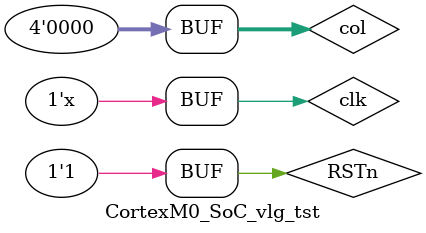
<source format=v>
`timescale 1 ps/ 1 ps
module CortexM0_SoC_vlg_tst();

reg clk;
reg RSTn;
reg[3:0] col;
                        
CortexM0_SoC i1 (
    .clk(clk),
    .RSTn(RSTn),
    .col(col)
);

initial begin                                                  
    clk = 0;
    RSTn=0;
    #100
    RSTn=1;
    #100
    col = 4'b0001;
    #100000
    col = 4'b0000;

end  
    
always begin                                                  
    #5 clk = ~clk;
end       

endmodule

</source>
